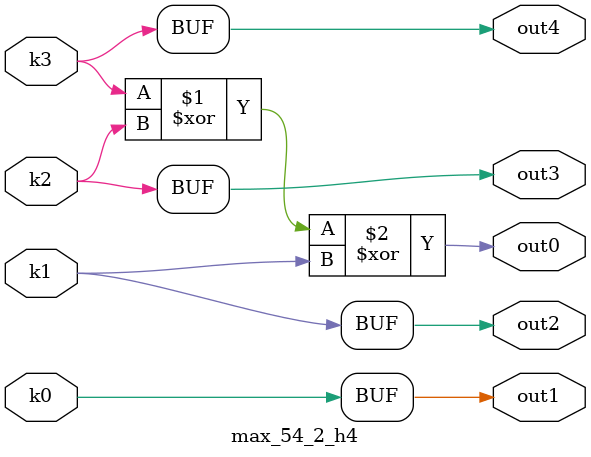
<source format=v>
module max_54_2(pi00, pi01, pi02, pi03, pi04, pi05, pi06, pi07, pi08, pi09, po0, po1, po2, po3, po4);
input pi00, pi01, pi02, pi03, pi04, pi05, pi06, pi07, pi08, pi09;
output po0, po1, po2, po3, po4;
wire k0, k1, k2, k3;
max_54_2_w4 DUT1 (pi00, pi01, pi02, pi03, pi04, pi05, pi06, pi07, pi08, pi09, k0, k1, k2, k3);
max_54_2_h4 DUT2 (k0, k1, k2, k3, po0, po1, po2, po3, po4);
endmodule

module max_54_2_w4(in9, in8, in7, in6, in5, in4, in3, in2, in1, in0, k3, k2, k1, k0);
input in9, in8, in7, in6, in5, in4, in3, in2, in1, in0;
output k3, k2, k1, k0;
assign k0 =   in7 ? in3 : in2;
assign k1 =   (in6 & in7) | (~in5 & ~in4 & ~in7);
assign k2 =   ~in8 & (((in1 | ~in0) & ((~in9 & (~in3 | in2) & (~in6 | (~in5 & ~in4))) | (~in3 & in2))) | (in1 & ~in0));
assign k3 =   ~in6 & ~in5 & ~in4;
endmodule

module max_54_2_h4(k3, k2, k1, k0, out4, out3, out2, out1, out0);
input k3, k2, k1, k0;
output out4, out3, out2, out1, out0;
assign out0 = k3 ^ k2 ^ k1;
assign out1 = k0;
assign out2 = k1;
assign out3 = k2;
assign out4 = k3;
endmodule

</source>
